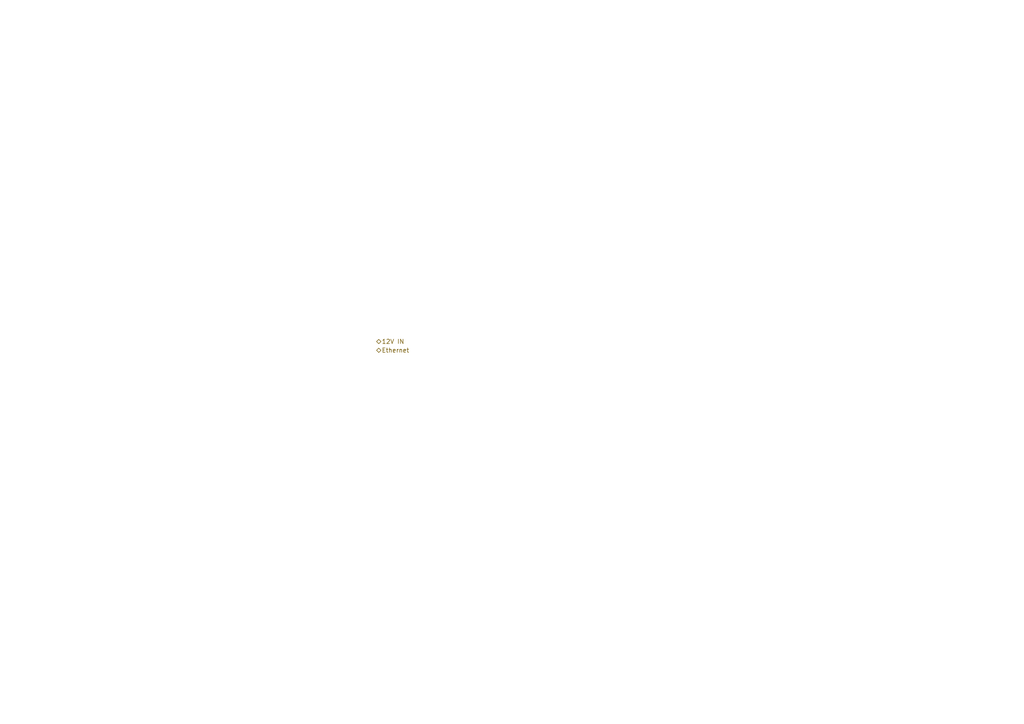
<source format=kicad_sch>
(kicad_sch (version 20230819) (generator eeschema)
  (paper "A4")
  (lib_symbols)
  (hierarchical_label "12V IN" (shape bidirectional) (at 109.22 99.06 0))
  (hierarchical_label "Ethernet" (shape bidirectional) (at 109.22 101.6 0))
)
</source>
